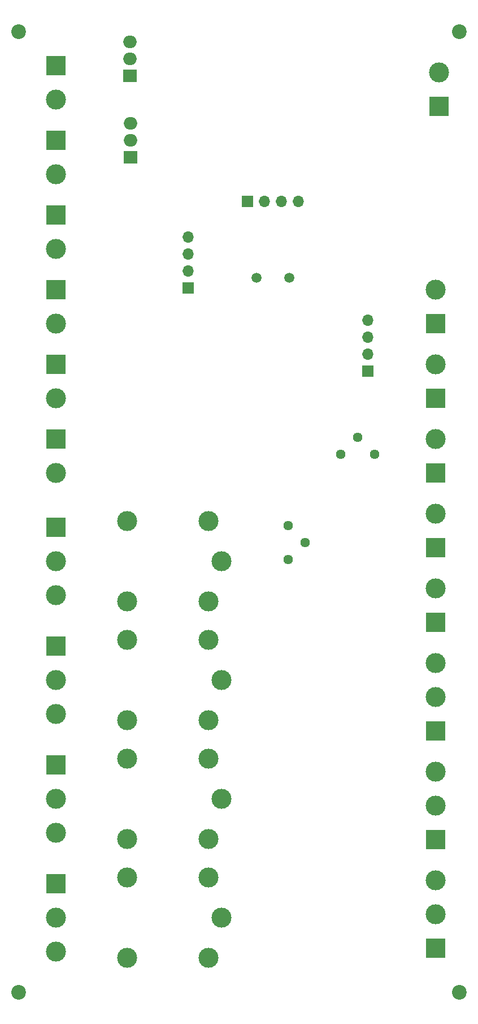
<source format=gbr>
%TF.GenerationSoftware,KiCad,Pcbnew,(6.0.5)*%
%TF.CreationDate,2022-07-22T19:12:55-04:00*%
%TF.ProjectId,LIFFY_KICAD,4c494646-595f-44b4-9943-41442e6b6963,rev?*%
%TF.SameCoordinates,Original*%
%TF.FileFunction,Soldermask,Bot*%
%TF.FilePolarity,Negative*%
%FSLAX46Y46*%
G04 Gerber Fmt 4.6, Leading zero omitted, Abs format (unit mm)*
G04 Created by KiCad (PCBNEW (6.0.5)) date 2022-07-22 19:12:55*
%MOMM*%
%LPD*%
G01*
G04 APERTURE LIST*
%ADD10R,3.000000X3.000000*%
%ADD11C,3.000000*%
%ADD12C,1.440000*%
%ADD13R,2.000000X1.905000*%
%ADD14O,2.000000X1.905000*%
%ADD15C,2.200000*%
%ADD16R,1.700000X1.700000*%
%ADD17O,1.700000X1.700000*%
%ADD18C,1.500000*%
G04 APERTURE END LIST*
D10*
%TO.C,J20*%
X64516000Y-117856000D03*
D11*
X64516000Y-122936000D03*
X64516000Y-128016000D03*
%TD*%
D12*
%TO.C,RV2*%
X99314000Y-99822000D03*
X101854000Y-102362000D03*
X99314000Y-104902000D03*
%TD*%
D10*
%TO.C,J12*%
X64516000Y-64516000D03*
D11*
X64516000Y-69596000D03*
%TD*%
D12*
%TO.C,RV1*%
X107178000Y-89159000D03*
X109718000Y-86619000D03*
X112258000Y-89159000D03*
%TD*%
D13*
%TO.C,Q2*%
X75692000Y-44704000D03*
D14*
X75692000Y-42164000D03*
X75692000Y-39624000D03*
%TD*%
D10*
%TO.C,J10*%
X64516000Y-86868000D03*
D11*
X64516000Y-91948000D03*
%TD*%
%TO.C,K1*%
X89330000Y-158496000D03*
X75130000Y-164496000D03*
X75130000Y-152496000D03*
X87330000Y-152496000D03*
X87330000Y-164496000D03*
%TD*%
D10*
%TO.C,J1*%
X121920000Y-37084000D03*
D11*
X121920000Y-32004000D03*
%TD*%
D10*
%TO.C,J17*%
X64516000Y-53340000D03*
D11*
X64516000Y-58420000D03*
%TD*%
D15*
%TO.C,HOLE4*%
X58928000Y-25908000D03*
%TD*%
D10*
%TO.C,J5*%
X121412000Y-163068000D03*
D11*
X121412000Y-157988000D03*
X121412000Y-152908000D03*
%TD*%
D10*
%TO.C,J18*%
X64516000Y-153416000D03*
D11*
X64516000Y-158496000D03*
X64516000Y-163576000D03*
%TD*%
D15*
%TO.C,HOLE3*%
X124968000Y-25908000D03*
%TD*%
D16*
%TO.C,J15*%
X111252000Y-76708000D03*
D17*
X111252000Y-74168000D03*
X111252000Y-71628000D03*
X111252000Y-69088000D03*
%TD*%
D10*
%TO.C,J3*%
X121412000Y-146812000D03*
D11*
X121412000Y-141732000D03*
X121412000Y-136652000D03*
%TD*%
D10*
%TO.C,J8*%
X121412000Y-69596000D03*
D11*
X121412000Y-64516000D03*
%TD*%
D16*
%TO.C,J21*%
X84328000Y-64252000D03*
D17*
X84328000Y-61712000D03*
X84328000Y-59172000D03*
X84328000Y-56632000D03*
%TD*%
D11*
%TO.C,K4*%
X89330000Y-105156000D03*
X75130000Y-111156000D03*
X75130000Y-99156000D03*
X87330000Y-99156000D03*
X87330000Y-111156000D03*
%TD*%
D16*
%TO.C,J16*%
X93228000Y-51308000D03*
D17*
X95768000Y-51308000D03*
X98308000Y-51308000D03*
X100848000Y-51308000D03*
%TD*%
D15*
%TO.C,HOLE2*%
X124968000Y-169672000D03*
%TD*%
D10*
%TO.C,J9*%
X121412000Y-103124000D03*
D11*
X121412000Y-98044000D03*
%TD*%
D10*
%TO.C,J4*%
X121412000Y-114300000D03*
D11*
X121412000Y-109220000D03*
%TD*%
D10*
%TO.C,J11*%
X64516000Y-75692000D03*
D11*
X64516000Y-80772000D03*
%TD*%
D18*
%TO.C,Y1*%
X94578000Y-62738000D03*
X99458000Y-62738000D03*
%TD*%
D10*
%TO.C,J14*%
X121412000Y-80772000D03*
D11*
X121412000Y-75692000D03*
%TD*%
D10*
%TO.C,J2*%
X121412000Y-130556000D03*
D11*
X121412000Y-125476000D03*
X121412000Y-120396000D03*
%TD*%
%TO.C,K3*%
X89330000Y-122936000D03*
X75130000Y-128936000D03*
X75130000Y-116936000D03*
X87330000Y-116936000D03*
X87330000Y-128936000D03*
%TD*%
D10*
%TO.C,J19*%
X64516000Y-135636000D03*
D11*
X64516000Y-140716000D03*
X64516000Y-145796000D03*
%TD*%
D15*
%TO.C,HOLE1*%
X58928000Y-169672000D03*
%TD*%
D13*
%TO.C,Q1*%
X75621000Y-32512000D03*
D14*
X75621000Y-29972000D03*
X75621000Y-27432000D03*
%TD*%
D10*
%TO.C,J22*%
X64516000Y-100076000D03*
D11*
X64516000Y-105156000D03*
X64516000Y-110236000D03*
%TD*%
D10*
%TO.C,J7*%
X64516000Y-42164000D03*
D11*
X64516000Y-47244000D03*
%TD*%
%TO.C,K2*%
X89330000Y-140716000D03*
X75130000Y-146716000D03*
X75130000Y-134716000D03*
X87330000Y-134716000D03*
X87330000Y-146716000D03*
%TD*%
D10*
%TO.C,J13*%
X64516000Y-30988000D03*
D11*
X64516000Y-36068000D03*
%TD*%
D10*
%TO.C,J6*%
X121412000Y-91948000D03*
D11*
X121412000Y-86868000D03*
%TD*%
M02*

</source>
